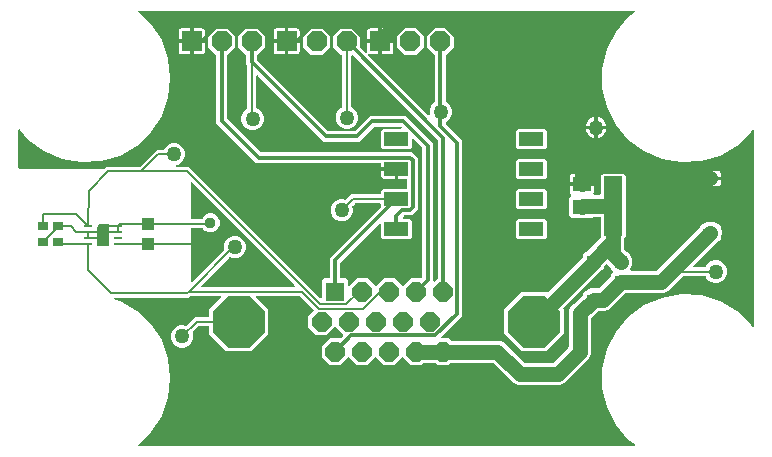
<source format=gbr>
G04 EAGLE Gerber RS-274X export*
G75*
%MOMM*%
%FSLAX34Y34*%
%LPD*%
%INTop Copper*%
%IPPOS*%
%AMOC8*
5,1,8,0,0,1.08239X$1,22.5*%
G01*
%ADD10R,2.032000X1.143000*%
%ADD11R,0.900000X0.700000*%
%ADD12R,1.250000X0.800000*%
%ADD13R,1.500000X5.100000*%
%ADD14R,1.220000X0.910000*%
%ADD15R,1.500000X1.300000*%
%ADD16R,1.000000X1.100000*%
%ADD17R,1.679600X1.679600*%
%ADD18P,1.817982X8X202.500000*%
%ADD19R,0.675000X0.250000*%
%ADD20R,0.200000X1.000000*%
%ADD21C,1.270000*%
%ADD22R,1.609600X1.609600*%
%ADD23P,1.742215X8X202.500000*%
%ADD24P,4.779834X8X202.500000*%
%ADD25C,1.270000*%
%ADD26C,0.152400*%
%ADD27C,0.959600*%
%ADD28C,0.304800*%
%ADD29R,0.959600X0.959600*%

G36*
X531669Y10161D02*
X531669Y10161D01*
X531672Y10161D01*
X531792Y10181D01*
X531908Y10200D01*
X531911Y10202D01*
X531915Y10203D01*
X532021Y10260D01*
X532126Y10316D01*
X532128Y10318D01*
X532131Y10320D01*
X532213Y10407D01*
X532295Y10494D01*
X532296Y10497D01*
X532299Y10500D01*
X532348Y10609D01*
X532399Y10717D01*
X532399Y10720D01*
X532400Y10724D01*
X532413Y10844D01*
X532426Y10961D01*
X532425Y10965D01*
X532425Y10968D01*
X532399Y11085D01*
X532373Y11202D01*
X532372Y11205D01*
X532371Y11208D01*
X532309Y11310D01*
X532247Y11413D01*
X532245Y11415D01*
X532243Y11418D01*
X532120Y11533D01*
X526587Y15652D01*
X515936Y28346D01*
X508499Y43154D01*
X504677Y59278D01*
X504677Y75850D01*
X508499Y91974D01*
X515936Y106782D01*
X526587Y119476D01*
X539879Y129372D01*
X555095Y135935D01*
X571414Y138813D01*
X587957Y137849D01*
X603832Y133097D01*
X618183Y124811D01*
X630236Y113439D01*
X631570Y111412D01*
X631588Y111392D01*
X631600Y111370D01*
X631670Y111303D01*
X631737Y111231D01*
X631759Y111218D01*
X631778Y111200D01*
X631866Y111159D01*
X631952Y111112D01*
X631978Y111108D01*
X632001Y111097D01*
X632098Y111086D01*
X632194Y111069D01*
X632220Y111072D01*
X632245Y111070D01*
X632341Y111090D01*
X632438Y111105D01*
X632460Y111116D01*
X632486Y111122D01*
X632570Y111172D01*
X632657Y111216D01*
X632675Y111235D01*
X632697Y111248D01*
X632761Y111322D01*
X632829Y111392D01*
X632840Y111415D01*
X632857Y111435D01*
X632893Y111526D01*
X632936Y111614D01*
X632939Y111639D01*
X632949Y111663D01*
X632967Y111830D01*
X632967Y277298D01*
X632963Y277324D01*
X632966Y277349D01*
X632943Y277445D01*
X632928Y277541D01*
X632915Y277564D01*
X632910Y277589D01*
X632858Y277672D01*
X632812Y277758D01*
X632794Y277776D01*
X632780Y277798D01*
X632705Y277860D01*
X632634Y277928D01*
X632611Y277939D01*
X632591Y277955D01*
X632500Y277990D01*
X632411Y278031D01*
X632385Y278034D01*
X632361Y278043D01*
X632264Y278048D01*
X632167Y278058D01*
X632141Y278053D01*
X632116Y278054D01*
X632022Y278027D01*
X631926Y278006D01*
X631904Y277993D01*
X631879Y277986D01*
X631799Y277930D01*
X631715Y277880D01*
X631698Y277860D01*
X631677Y277846D01*
X631570Y277716D01*
X630236Y275689D01*
X618183Y264317D01*
X603832Y256031D01*
X587957Y251279D01*
X571414Y250315D01*
X555095Y253193D01*
X539879Y259756D01*
X526587Y269652D01*
X515936Y282346D01*
X508499Y297154D01*
X504677Y313278D01*
X504677Y329850D01*
X508499Y345974D01*
X515936Y360782D01*
X526587Y373476D01*
X532120Y377595D01*
X532123Y377598D01*
X532126Y377600D01*
X532207Y377686D01*
X532291Y377772D01*
X532293Y377775D01*
X532295Y377778D01*
X532346Y377887D01*
X532397Y377994D01*
X532397Y377998D01*
X532399Y378001D01*
X532412Y378119D01*
X532426Y378239D01*
X532425Y378242D01*
X532426Y378245D01*
X532400Y378363D01*
X532376Y378479D01*
X532374Y378482D01*
X532374Y378486D01*
X532311Y378590D01*
X532252Y378692D01*
X532249Y378694D01*
X532247Y378697D01*
X532156Y378775D01*
X532066Y378853D01*
X532063Y378855D01*
X532060Y378857D01*
X531949Y378902D01*
X531839Y378947D01*
X531836Y378947D01*
X531832Y378949D01*
X531666Y378967D01*
X111934Y378967D01*
X111852Y378954D01*
X111770Y378949D01*
X111731Y378934D01*
X111691Y378928D01*
X111618Y378889D01*
X111541Y378858D01*
X111510Y378832D01*
X111474Y378812D01*
X111417Y378753D01*
X111354Y378699D01*
X111332Y378664D01*
X111304Y378634D01*
X111269Y378559D01*
X111227Y378488D01*
X111218Y378448D01*
X111201Y378411D01*
X111191Y378329D01*
X111174Y378248D01*
X111178Y378207D01*
X111173Y378167D01*
X111191Y378086D01*
X111200Y378004D01*
X111217Y377966D01*
X111226Y377926D01*
X111268Y377855D01*
X111303Y377780D01*
X111337Y377739D01*
X111352Y377715D01*
X111374Y377696D01*
X111411Y377652D01*
X122236Y367439D01*
X131342Y353595D01*
X137010Y338023D01*
X138934Y321564D01*
X137010Y305105D01*
X131342Y289533D01*
X122236Y275689D01*
X110183Y264317D01*
X95832Y256031D01*
X79957Y251279D01*
X63414Y250315D01*
X47095Y253193D01*
X31879Y259756D01*
X18587Y269652D01*
X11505Y278092D01*
X11426Y278160D01*
X11350Y278232D01*
X11333Y278240D01*
X11319Y278252D01*
X11222Y278292D01*
X11127Y278336D01*
X11108Y278338D01*
X11091Y278345D01*
X10986Y278351D01*
X10883Y278363D01*
X10864Y278359D01*
X10845Y278360D01*
X10744Y278333D01*
X10642Y278310D01*
X10626Y278301D01*
X10608Y278296D01*
X10521Y278238D01*
X10431Y278184D01*
X10419Y278170D01*
X10403Y278159D01*
X10339Y278077D01*
X10271Y277997D01*
X10264Y277980D01*
X10253Y277965D01*
X10218Y277866D01*
X10179Y277769D01*
X10177Y277746D01*
X10172Y277733D01*
X10172Y277701D01*
X10161Y277602D01*
X10161Y245872D01*
X10164Y245852D01*
X10162Y245833D01*
X10184Y245731D01*
X10200Y245629D01*
X10210Y245612D01*
X10214Y245592D01*
X10267Y245503D01*
X10316Y245412D01*
X10330Y245398D01*
X10340Y245381D01*
X10419Y245314D01*
X10494Y245242D01*
X10512Y245234D01*
X10527Y245221D01*
X10623Y245182D01*
X10717Y245139D01*
X10737Y245137D01*
X10755Y245129D01*
X10922Y245111D01*
X82815Y245111D01*
X82905Y245125D01*
X82996Y245133D01*
X83026Y245145D01*
X83058Y245150D01*
X83139Y245193D01*
X83223Y245229D01*
X83255Y245255D01*
X83275Y245266D01*
X83298Y245289D01*
X83353Y245334D01*
X84655Y246635D01*
X112406Y246635D01*
X112496Y246649D01*
X112587Y246657D01*
X112617Y246669D01*
X112649Y246674D01*
X112730Y246717D01*
X112814Y246753D01*
X112846Y246779D01*
X112866Y246790D01*
X112889Y246813D01*
X112945Y246858D01*
X124744Y258658D01*
X127200Y261113D01*
X132756Y261113D01*
X132870Y261132D01*
X132987Y261149D01*
X132992Y261151D01*
X132998Y261152D01*
X133101Y261207D01*
X133206Y261260D01*
X133210Y261265D01*
X133216Y261268D01*
X133296Y261352D01*
X133378Y261436D01*
X133382Y261442D01*
X133385Y261446D01*
X133393Y261463D01*
X133459Y261583D01*
X133891Y262626D01*
X136535Y265270D01*
X139989Y266701D01*
X143729Y266701D01*
X147183Y265270D01*
X149827Y262626D01*
X151258Y259172D01*
X151258Y255432D01*
X149827Y251978D01*
X147183Y249334D01*
X144202Y248099D01*
X144119Y248048D01*
X144033Y248002D01*
X144015Y247984D01*
X143993Y247970D01*
X143930Y247894D01*
X143864Y247824D01*
X143853Y247800D01*
X143836Y247780D01*
X143801Y247689D01*
X143760Y247601D01*
X143757Y247575D01*
X143748Y247551D01*
X143744Y247453D01*
X143733Y247357D01*
X143738Y247331D01*
X143737Y247305D01*
X143764Y247211D01*
X143785Y247116D01*
X143798Y247094D01*
X143806Y247069D01*
X143861Y246989D01*
X143911Y246905D01*
X143931Y246888D01*
X143946Y246867D01*
X144024Y246808D01*
X144098Y246745D01*
X144122Y246735D01*
X144143Y246720D01*
X144236Y246690D01*
X144326Y246653D01*
X144359Y246650D01*
X144377Y246644D01*
X144410Y246644D01*
X144493Y246635D01*
X154802Y246635D01*
X265868Y135569D01*
X265926Y135527D01*
X265978Y135478D01*
X266025Y135456D01*
X266067Y135426D01*
X266136Y135404D01*
X266201Y135374D01*
X266253Y135368D01*
X266303Y135353D01*
X266374Y135355D01*
X266445Y135347D01*
X266496Y135358D01*
X266548Y135360D01*
X266616Y135384D01*
X266686Y135399D01*
X266730Y135426D01*
X266779Y135444D01*
X266835Y135489D01*
X266897Y135526D01*
X266931Y135565D01*
X266971Y135598D01*
X267010Y135658D01*
X267057Y135712D01*
X267076Y135761D01*
X267104Y135805D01*
X267122Y135874D01*
X267149Y135941D01*
X267157Y136012D01*
X267165Y136043D01*
X267163Y136066D01*
X267167Y136107D01*
X267167Y150281D01*
X268953Y152067D01*
X272930Y152067D01*
X272950Y152070D01*
X272969Y152068D01*
X273071Y152090D01*
X273173Y152106D01*
X273190Y152116D01*
X273210Y152120D01*
X273299Y152173D01*
X273390Y152222D01*
X273404Y152236D01*
X273421Y152246D01*
X273488Y152325D01*
X273560Y152400D01*
X273568Y152418D01*
X273581Y152433D01*
X273620Y152529D01*
X273663Y152623D01*
X273665Y152643D01*
X273673Y152661D01*
X273691Y152828D01*
X273691Y169424D01*
X316758Y212491D01*
X316811Y212565D01*
X316871Y212635D01*
X316883Y212665D01*
X316902Y212691D01*
X316929Y212778D01*
X316963Y212863D01*
X316967Y212904D01*
X316974Y212926D01*
X316973Y212958D01*
X316981Y213029D01*
X316981Y214884D01*
X316978Y214904D01*
X316980Y214923D01*
X316958Y215025D01*
X316942Y215127D01*
X316932Y215144D01*
X316928Y215164D01*
X316875Y215253D01*
X316826Y215344D01*
X316812Y215358D01*
X316802Y215375D01*
X316723Y215442D01*
X316648Y215514D01*
X316630Y215522D01*
X316615Y215535D01*
X316519Y215574D01*
X316425Y215617D01*
X316405Y215619D01*
X316387Y215627D01*
X316220Y215645D01*
X295391Y215645D01*
X295301Y215631D01*
X295210Y215623D01*
X295180Y215611D01*
X295148Y215606D01*
X295067Y215563D01*
X294983Y215527D01*
X294951Y215501D01*
X294931Y215490D01*
X294908Y215467D01*
X294853Y215422D01*
X293104Y213673D01*
X293035Y213578D01*
X292966Y213485D01*
X292964Y213479D01*
X292960Y213474D01*
X292926Y213363D01*
X292889Y213251D01*
X292890Y213245D01*
X292888Y213239D01*
X292891Y213122D01*
X292892Y213005D01*
X292894Y212998D01*
X292894Y212993D01*
X292900Y212975D01*
X292939Y212844D01*
X293371Y211801D01*
X293371Y208061D01*
X291940Y204607D01*
X289296Y201963D01*
X285842Y200532D01*
X282102Y200532D01*
X278648Y201963D01*
X276004Y204607D01*
X274573Y208061D01*
X274573Y211801D01*
X276004Y215255D01*
X278648Y217899D01*
X282102Y219330D01*
X285842Y219330D01*
X286885Y218898D01*
X286999Y218871D01*
X287112Y218842D01*
X287118Y218843D01*
X287124Y218841D01*
X287241Y218852D01*
X287357Y218861D01*
X287363Y218864D01*
X287369Y218865D01*
X287477Y218912D01*
X287583Y218958D01*
X287589Y218962D01*
X287594Y218965D01*
X287608Y218977D01*
X287714Y219063D01*
X291919Y223267D01*
X316220Y223267D01*
X316240Y223270D01*
X316259Y223268D01*
X316361Y223290D01*
X316463Y223306D01*
X316480Y223316D01*
X316500Y223320D01*
X316589Y223373D01*
X316680Y223422D01*
X316694Y223436D01*
X316711Y223446D01*
X316778Y223525D01*
X316850Y223600D01*
X316858Y223618D01*
X316871Y223633D01*
X316910Y223729D01*
X316953Y223823D01*
X316955Y223843D01*
X316963Y223861D01*
X316981Y224028D01*
X316981Y226434D01*
X318767Y228220D01*
X338590Y228220D01*
X338610Y228223D01*
X338629Y228221D01*
X338731Y228243D01*
X338833Y228259D01*
X338850Y228269D01*
X338870Y228273D01*
X338959Y228326D01*
X339050Y228375D01*
X339064Y228389D01*
X339081Y228399D01*
X339148Y228478D01*
X339220Y228553D01*
X339228Y228571D01*
X339241Y228586D01*
X339280Y228682D01*
X339323Y228776D01*
X339325Y228796D01*
X339333Y228814D01*
X339351Y228981D01*
X339351Y235839D01*
X339348Y235859D01*
X339350Y235878D01*
X339328Y235980D01*
X339312Y236082D01*
X339302Y236099D01*
X339298Y236119D01*
X339245Y236208D01*
X339196Y236299D01*
X339182Y236313D01*
X339172Y236330D01*
X339093Y236397D01*
X339018Y236469D01*
X339000Y236477D01*
X338985Y236490D01*
X338889Y236529D01*
X338795Y236572D01*
X338775Y236574D01*
X338757Y236582D01*
X338590Y236600D01*
X331713Y236600D01*
X331713Y244094D01*
X331710Y244114D01*
X331712Y244133D01*
X331690Y244235D01*
X331673Y244337D01*
X331664Y244354D01*
X331660Y244374D01*
X331607Y244463D01*
X331558Y244554D01*
X331544Y244568D01*
X331534Y244585D01*
X331455Y244652D01*
X331380Y244723D01*
X331362Y244732D01*
X331347Y244745D01*
X331251Y244784D01*
X331157Y244827D01*
X331137Y244829D01*
X331119Y244837D01*
X330952Y244855D01*
X330189Y244855D01*
X330189Y245618D01*
X330186Y245638D01*
X330188Y245657D01*
X330166Y245759D01*
X330149Y245861D01*
X330140Y245878D01*
X330136Y245898D01*
X330083Y245987D01*
X330034Y246078D01*
X330020Y246092D01*
X330010Y246109D01*
X329931Y246176D01*
X329856Y246247D01*
X329838Y246256D01*
X329823Y246269D01*
X329727Y246308D01*
X329633Y246351D01*
X329613Y246353D01*
X329595Y246361D01*
X329428Y246379D01*
X317489Y246379D01*
X317489Y248910D01*
X317486Y248930D01*
X317488Y248949D01*
X317466Y249051D01*
X317450Y249153D01*
X317440Y249170D01*
X317436Y249190D01*
X317383Y249279D01*
X317334Y249370D01*
X317320Y249384D01*
X317310Y249401D01*
X317231Y249468D01*
X317156Y249540D01*
X317138Y249548D01*
X317123Y249561D01*
X317027Y249600D01*
X316933Y249643D01*
X316913Y249645D01*
X316895Y249653D01*
X316728Y249671D01*
X211730Y249671D01*
X177799Y283602D01*
X177799Y341002D01*
X177785Y341092D01*
X177777Y341183D01*
X177765Y341213D01*
X177760Y341245D01*
X177717Y341326D01*
X177681Y341410D01*
X177655Y341442D01*
X177644Y341462D01*
X177621Y341485D01*
X177576Y341541D01*
X170925Y348192D01*
X170925Y357674D01*
X177631Y364380D01*
X187113Y364380D01*
X193819Y357674D01*
X193819Y348192D01*
X187168Y341541D01*
X187115Y341467D01*
X187055Y341397D01*
X187043Y341367D01*
X187024Y341341D01*
X186997Y341254D01*
X186963Y341169D01*
X186959Y341128D01*
X186952Y341106D01*
X186953Y341074D01*
X186945Y341002D01*
X186945Y287705D01*
X186959Y287615D01*
X186967Y287524D01*
X186979Y287495D01*
X186984Y287463D01*
X187027Y287382D01*
X187063Y287298D01*
X187089Y287266D01*
X187100Y287245D01*
X187123Y287223D01*
X187168Y287167D01*
X215295Y259040D01*
X215369Y258987D01*
X215439Y258927D01*
X215469Y258915D01*
X215495Y258896D01*
X215582Y258869D01*
X215667Y258835D01*
X215708Y258831D01*
X215730Y258824D01*
X215762Y258825D01*
X215833Y258817D01*
X343625Y258817D01*
X346527Y255915D01*
X348497Y253945D01*
X348497Y210367D01*
X343724Y205594D01*
X337451Y205594D01*
X337361Y205580D01*
X337270Y205572D01*
X337241Y205560D01*
X337209Y205555D01*
X337128Y205512D01*
X337044Y205476D01*
X337012Y205450D01*
X336991Y205439D01*
X336969Y205416D01*
X336913Y205371D01*
X335661Y204119D01*
X335619Y204061D01*
X335570Y204009D01*
X335548Y203962D01*
X335518Y203920D01*
X335496Y203851D01*
X335466Y203786D01*
X335460Y203734D01*
X335445Y203684D01*
X335447Y203613D01*
X335439Y203542D01*
X335450Y203491D01*
X335452Y203439D01*
X335476Y203371D01*
X335491Y203301D01*
X335518Y203257D01*
X335536Y203208D01*
X335581Y203152D01*
X335618Y203090D01*
X335657Y203056D01*
X335690Y203016D01*
X335750Y202977D01*
X335804Y202930D01*
X335853Y202911D01*
X335897Y202883D01*
X335966Y202865D01*
X336033Y202838D01*
X336104Y202830D01*
X336135Y202822D01*
X336158Y202824D01*
X336199Y202820D01*
X341613Y202820D01*
X343399Y201034D01*
X343399Y187078D01*
X341613Y185292D01*
X318767Y185292D01*
X316981Y187078D01*
X316981Y197943D01*
X316970Y198013D01*
X316968Y198085D01*
X316950Y198134D01*
X316942Y198185D01*
X316908Y198249D01*
X316883Y198316D01*
X316851Y198357D01*
X316826Y198403D01*
X316774Y198452D01*
X316730Y198508D01*
X316686Y198536D01*
X316648Y198572D01*
X316583Y198602D01*
X316523Y198641D01*
X316472Y198654D01*
X316425Y198676D01*
X316354Y198684D01*
X316284Y198701D01*
X316232Y198697D01*
X316181Y198703D01*
X316110Y198688D01*
X316039Y198682D01*
X315991Y198662D01*
X315940Y198651D01*
X315879Y198614D01*
X315813Y198586D01*
X315757Y198541D01*
X315729Y198524D01*
X315714Y198507D01*
X315682Y198481D01*
X283060Y165859D01*
X283007Y165785D01*
X282947Y165715D01*
X282935Y165685D01*
X282916Y165659D01*
X282889Y165572D01*
X282855Y165487D01*
X282851Y165446D01*
X282844Y165424D01*
X282845Y165392D01*
X282837Y165321D01*
X282837Y152828D01*
X282840Y152808D01*
X282838Y152789D01*
X282860Y152687D01*
X282876Y152585D01*
X282886Y152568D01*
X282890Y152548D01*
X282943Y152459D01*
X282992Y152368D01*
X283006Y152354D01*
X283016Y152337D01*
X283095Y152270D01*
X283170Y152198D01*
X283188Y152190D01*
X283203Y152177D01*
X283299Y152138D01*
X283393Y152095D01*
X283413Y152093D01*
X283431Y152085D01*
X283598Y152067D01*
X287575Y152067D01*
X289361Y150281D01*
X289361Y146698D01*
X289372Y146627D01*
X289374Y146555D01*
X289392Y146506D01*
X289400Y146455D01*
X289434Y146392D01*
X289459Y146324D01*
X289491Y146284D01*
X289516Y146238D01*
X289568Y146188D01*
X289612Y146132D01*
X289656Y146104D01*
X289694Y146068D01*
X289759Y146038D01*
X289819Y145999D01*
X289870Y145986D01*
X289917Y145965D01*
X289988Y145957D01*
X290058Y145939D01*
X290110Y145943D01*
X290161Y145937D01*
X290232Y145953D01*
X290303Y145958D01*
X290351Y145979D01*
X290402Y145990D01*
X290463Y146027D01*
X290529Y146055D01*
X290585Y146099D01*
X290613Y146116D01*
X290628Y146134D01*
X290660Y146159D01*
X296568Y152067D01*
X305760Y152067D01*
X312076Y145751D01*
X312092Y145740D01*
X312104Y145724D01*
X312192Y145668D01*
X312275Y145608D01*
X312294Y145602D01*
X312311Y145591D01*
X312412Y145566D01*
X312511Y145536D01*
X312530Y145536D01*
X312550Y145531D01*
X312653Y145539D01*
X312756Y145542D01*
X312775Y145549D01*
X312795Y145550D01*
X312890Y145591D01*
X312987Y145626D01*
X313003Y145639D01*
X313021Y145647D01*
X313152Y145751D01*
X319468Y152067D01*
X328660Y152067D01*
X334976Y145751D01*
X334992Y145740D01*
X335004Y145724D01*
X335092Y145668D01*
X335175Y145608D01*
X335194Y145602D01*
X335211Y145591D01*
X335312Y145566D01*
X335411Y145536D01*
X335430Y145536D01*
X335450Y145531D01*
X335553Y145539D01*
X335656Y145542D01*
X335675Y145549D01*
X335695Y145550D01*
X335790Y145591D01*
X335887Y145626D01*
X335903Y145639D01*
X335921Y145647D01*
X336052Y145751D01*
X342368Y152067D01*
X351279Y152067D01*
X351369Y152081D01*
X351460Y152089D01*
X351489Y152101D01*
X351521Y152106D01*
X351602Y152149D01*
X351686Y152185D01*
X351718Y152211D01*
X351739Y152222D01*
X351761Y152245D01*
X351817Y152290D01*
X352074Y152547D01*
X352127Y152621D01*
X352187Y152691D01*
X352199Y152721D01*
X352218Y152747D01*
X352245Y152834D01*
X352279Y152919D01*
X352283Y152960D01*
X352290Y152982D01*
X352289Y153014D01*
X352297Y153085D01*
X352297Y262296D01*
X352283Y262386D01*
X352275Y262477D01*
X352263Y262507D01*
X352258Y262539D01*
X352215Y262619D01*
X352179Y262703D01*
X352153Y262735D01*
X352142Y262756D01*
X352119Y262778D01*
X352074Y262834D01*
X344698Y270210D01*
X344640Y270252D01*
X344588Y270302D01*
X344541Y270323D01*
X344499Y270354D01*
X344430Y270375D01*
X344365Y270405D01*
X344313Y270411D01*
X344263Y270426D01*
X344192Y270424D01*
X344121Y270432D01*
X344070Y270421D01*
X344018Y270420D01*
X343950Y270395D01*
X343880Y270380D01*
X343835Y270353D01*
X343787Y270335D01*
X343731Y270291D01*
X343669Y270254D01*
X343635Y270214D01*
X343595Y270182D01*
X343556Y270121D01*
X343509Y270067D01*
X343490Y270019D01*
X343462Y269975D01*
X343444Y269905D01*
X343417Y269839D01*
X343409Y269767D01*
X343401Y269736D01*
X343403Y269713D01*
X343399Y269672D01*
X343399Y263278D01*
X341613Y261492D01*
X318767Y261492D01*
X316981Y263278D01*
X316981Y277234D01*
X318767Y279020D01*
X334051Y279020D01*
X334122Y279031D01*
X334194Y279033D01*
X334242Y279051D01*
X334294Y279059D01*
X334357Y279093D01*
X334425Y279118D01*
X334465Y279150D01*
X334511Y279175D01*
X334560Y279226D01*
X334617Y279271D01*
X334645Y279315D01*
X334681Y279353D01*
X334711Y279418D01*
X334750Y279478D01*
X334762Y279529D01*
X334784Y279576D01*
X334792Y279647D01*
X334810Y279717D01*
X334806Y279769D01*
X334811Y279820D01*
X334796Y279891D01*
X334790Y279962D01*
X334770Y280010D01*
X334759Y280061D01*
X334722Y280122D01*
X334694Y280188D01*
X334649Y280244D01*
X334633Y280272D01*
X334615Y280287D01*
X334589Y280319D01*
X334462Y280446D01*
X334388Y280500D01*
X334319Y280559D01*
X334289Y280571D01*
X334262Y280590D01*
X334175Y280617D01*
X334091Y280651D01*
X334050Y280655D01*
X334027Y280662D01*
X333995Y280661D01*
X333924Y280669D01*
X312089Y280669D01*
X311999Y280655D01*
X311908Y280647D01*
X311879Y280635D01*
X311847Y280630D01*
X311766Y280587D01*
X311682Y280551D01*
X311650Y280525D01*
X311629Y280514D01*
X311607Y280491D01*
X311551Y280446D01*
X298947Y267842D01*
X268870Y267842D01*
X212882Y323830D01*
X212824Y323872D01*
X212772Y323921D01*
X212725Y323943D01*
X212683Y323973D01*
X212614Y323995D01*
X212549Y324025D01*
X212497Y324031D01*
X212447Y324046D01*
X212376Y324044D01*
X212305Y324052D01*
X212254Y324041D01*
X212202Y324039D01*
X212134Y324015D01*
X212064Y324000D01*
X212019Y323973D01*
X211971Y323955D01*
X211915Y323910D01*
X211853Y323873D01*
X211819Y323834D01*
X211779Y323801D01*
X211740Y323741D01*
X211693Y323687D01*
X211674Y323638D01*
X211646Y323594D01*
X211628Y323525D01*
X211601Y323458D01*
X211593Y323387D01*
X211585Y323356D01*
X211587Y323333D01*
X211583Y323292D01*
X211583Y296640D01*
X211602Y296526D01*
X211619Y296409D01*
X211621Y296404D01*
X211622Y296398D01*
X211677Y296295D01*
X211730Y296190D01*
X211735Y296186D01*
X211738Y296180D01*
X211822Y296100D01*
X211906Y296018D01*
X211912Y296014D01*
X211916Y296011D01*
X211933Y296003D01*
X212053Y295937D01*
X213731Y295242D01*
X216375Y292598D01*
X217806Y289144D01*
X217806Y285404D01*
X216375Y281950D01*
X213731Y279306D01*
X210277Y277875D01*
X206537Y277875D01*
X203083Y279306D01*
X200439Y281950D01*
X199008Y285404D01*
X199008Y289144D01*
X200439Y292598D01*
X203083Y295242D01*
X203491Y295411D01*
X203591Y295473D01*
X203691Y295533D01*
X203695Y295537D01*
X203700Y295541D01*
X203775Y295631D01*
X203851Y295719D01*
X203853Y295725D01*
X203857Y295730D01*
X203899Y295838D01*
X203943Y295948D01*
X203944Y295955D01*
X203945Y295960D01*
X203946Y295978D01*
X203961Y296114D01*
X203961Y332436D01*
X203947Y332526D01*
X203939Y332617D01*
X203927Y332646D01*
X203922Y332678D01*
X203879Y332759D01*
X203843Y332843D01*
X203817Y332875D01*
X203806Y332896D01*
X203783Y332918D01*
X203738Y332974D01*
X203199Y333513D01*
X203199Y341002D01*
X203185Y341092D01*
X203177Y341183D01*
X203165Y341213D01*
X203160Y341245D01*
X203117Y341326D01*
X203081Y341410D01*
X203055Y341442D01*
X203044Y341462D01*
X203021Y341485D01*
X202976Y341541D01*
X196325Y348192D01*
X196325Y357674D01*
X203031Y364380D01*
X212513Y364380D01*
X219219Y357674D01*
X219219Y348192D01*
X212568Y341541D01*
X212515Y341467D01*
X212455Y341397D01*
X212443Y341367D01*
X212424Y341341D01*
X212397Y341254D01*
X212363Y341169D01*
X212359Y341128D01*
X212352Y341106D01*
X212353Y341074D01*
X212345Y341002D01*
X212345Y337616D01*
X212359Y337526D01*
X212367Y337435D01*
X212379Y337406D01*
X212384Y337374D01*
X212427Y337293D01*
X212463Y337209D01*
X212489Y337177D01*
X212500Y337156D01*
X212523Y337134D01*
X212568Y337078D01*
X272435Y277211D01*
X272509Y277158D01*
X272579Y277098D01*
X272609Y277086D01*
X272635Y277067D01*
X272722Y277040D01*
X272807Y277006D01*
X272848Y277002D01*
X272870Y276995D01*
X272902Y276996D01*
X272973Y276988D01*
X294844Y276988D01*
X294934Y277002D01*
X295025Y277010D01*
X295054Y277022D01*
X295086Y277027D01*
X295167Y277070D01*
X295251Y277106D01*
X295283Y277132D01*
X295304Y277143D01*
X295326Y277166D01*
X295382Y277211D01*
X307986Y289815D01*
X338027Y289815D01*
X361443Y266399D01*
X361443Y150080D01*
X361454Y150009D01*
X361456Y149937D01*
X361474Y149888D01*
X361482Y149837D01*
X361516Y149774D01*
X361541Y149706D01*
X361573Y149666D01*
X361598Y149620D01*
X361650Y149570D01*
X361694Y149514D01*
X361738Y149486D01*
X361776Y149450D01*
X361841Y149420D01*
X361901Y149381D01*
X361952Y149368D01*
X361999Y149347D01*
X362070Y149339D01*
X362140Y149321D01*
X362192Y149325D01*
X362243Y149319D01*
X362314Y149335D01*
X362385Y149340D01*
X362433Y149361D01*
X362484Y149372D01*
X362545Y149409D01*
X362611Y149437D01*
X362667Y149481D01*
X362695Y149498D01*
X362710Y149516D01*
X362742Y149541D01*
X365068Y151867D01*
X365121Y151941D01*
X365181Y152011D01*
X365193Y152041D01*
X365212Y152067D01*
X365239Y152154D01*
X365273Y152239D01*
X365277Y152280D01*
X365284Y152302D01*
X365283Y152334D01*
X365291Y152406D01*
X365291Y268896D01*
X365277Y268986D01*
X365269Y269077D01*
X365257Y269106D01*
X365252Y269138D01*
X365209Y269219D01*
X365173Y269303D01*
X365147Y269335D01*
X365136Y269356D01*
X365113Y269378D01*
X365068Y269434D01*
X293400Y341102D01*
X293342Y341144D01*
X293290Y341193D01*
X293243Y341215D01*
X293201Y341245D01*
X293132Y341267D01*
X293067Y341297D01*
X293015Y341303D01*
X292965Y341318D01*
X292894Y341316D01*
X292823Y341324D01*
X292772Y341313D01*
X292720Y341311D01*
X292652Y341287D01*
X292582Y341272D01*
X292537Y341245D01*
X292489Y341227D01*
X292433Y341182D01*
X292371Y341145D01*
X292337Y341106D01*
X292297Y341073D01*
X292258Y341013D01*
X292211Y340959D01*
X292192Y340910D01*
X292164Y340866D01*
X292146Y340797D01*
X292119Y340730D01*
X292111Y340659D01*
X292103Y340628D01*
X292105Y340605D01*
X292101Y340564D01*
X292101Y297266D01*
X292120Y297152D01*
X292137Y297035D01*
X292139Y297030D01*
X292140Y297024D01*
X292195Y296921D01*
X292248Y296816D01*
X292253Y296812D01*
X292256Y296806D01*
X292340Y296726D01*
X292424Y296644D01*
X292430Y296640D01*
X292434Y296637D01*
X292451Y296629D01*
X292571Y296563D01*
X293614Y296131D01*
X296258Y293487D01*
X297689Y290033D01*
X297689Y286293D01*
X296258Y282839D01*
X293614Y280195D01*
X290160Y278764D01*
X286420Y278764D01*
X282966Y280195D01*
X280322Y282839D01*
X278891Y286293D01*
X278891Y290033D01*
X280322Y293487D01*
X282966Y296131D01*
X284009Y296563D01*
X284109Y296625D01*
X284209Y296685D01*
X284213Y296689D01*
X284218Y296693D01*
X284293Y296783D01*
X284369Y296871D01*
X284371Y296877D01*
X284375Y296882D01*
X284417Y296990D01*
X284461Y297100D01*
X284462Y297107D01*
X284463Y297112D01*
X284464Y297130D01*
X284479Y297266D01*
X284479Y340725D01*
X284476Y340745D01*
X284478Y340764D01*
X284456Y340866D01*
X284440Y340968D01*
X284430Y340985D01*
X284426Y341005D01*
X284373Y341094D01*
X284324Y341185D01*
X284310Y341199D01*
X284300Y341216D01*
X284221Y341283D01*
X284146Y341355D01*
X284128Y341363D01*
X284113Y341376D01*
X284017Y341415D01*
X283923Y341458D01*
X283903Y341460D01*
X283885Y341468D01*
X283718Y341486D01*
X283295Y341486D01*
X276589Y348192D01*
X276589Y357674D01*
X283295Y364380D01*
X292777Y364380D01*
X299483Y357674D01*
X299483Y348268D01*
X299497Y348178D01*
X299505Y348087D01*
X299517Y348058D01*
X299522Y348026D01*
X299565Y347945D01*
X299601Y347861D01*
X299627Y347829D01*
X299638Y347808D01*
X299661Y347786D01*
X299706Y347730D01*
X304382Y343054D01*
X304421Y343026D01*
X304454Y342991D01*
X304520Y342955D01*
X304582Y342910D01*
X304627Y342896D01*
X304670Y342873D01*
X304744Y342860D01*
X304817Y342838D01*
X304865Y342839D01*
X304912Y342831D01*
X304987Y342842D01*
X305063Y342844D01*
X305108Y342861D01*
X305155Y342868D01*
X305222Y342903D01*
X305294Y342929D01*
X305331Y342959D01*
X305374Y342981D01*
X305426Y343035D01*
X305486Y343083D01*
X305512Y343123D01*
X305545Y343157D01*
X305578Y343226D01*
X305619Y343289D01*
X305630Y343336D01*
X305651Y343379D01*
X305660Y343455D01*
X305679Y343528D01*
X305675Y343576D01*
X305681Y343623D01*
X305661Y343751D01*
X305660Y343773D01*
X305657Y343779D01*
X305655Y343789D01*
X305545Y344201D01*
X305545Y351410D01*
X314961Y351410D01*
X314961Y341994D01*
X307752Y341994D01*
X307340Y342104D01*
X307293Y342109D01*
X307247Y342123D01*
X307171Y342121D01*
X307096Y342129D01*
X307049Y342118D01*
X307001Y342117D01*
X306930Y342091D01*
X306856Y342074D01*
X306815Y342049D01*
X306770Y342033D01*
X306711Y341985D01*
X306646Y341946D01*
X306615Y341909D01*
X306578Y341879D01*
X306537Y341815D01*
X306488Y341757D01*
X306471Y341712D01*
X306445Y341672D01*
X306426Y341598D01*
X306399Y341528D01*
X306396Y341480D01*
X306385Y341433D01*
X306391Y341358D01*
X306387Y341282D01*
X306400Y341236D01*
X306404Y341188D01*
X306433Y341118D01*
X306454Y341046D01*
X306481Y341006D01*
X306500Y340962D01*
X306581Y340861D01*
X306593Y340843D01*
X306599Y340839D01*
X306605Y340831D01*
X357029Y290407D01*
X357108Y290350D01*
X357183Y290288D01*
X357207Y290279D01*
X357229Y290264D01*
X357321Y290235D01*
X357413Y290200D01*
X357439Y290199D01*
X357464Y290191D01*
X357561Y290194D01*
X357658Y290190D01*
X357683Y290197D01*
X357709Y290198D01*
X357801Y290231D01*
X357894Y290258D01*
X357916Y290273D01*
X357940Y290282D01*
X358017Y290343D01*
X358097Y290398D01*
X358112Y290419D01*
X358133Y290436D01*
X358185Y290518D01*
X358243Y290596D01*
X358251Y290621D01*
X358266Y290643D01*
X358289Y290737D01*
X358319Y290830D01*
X358319Y290856D01*
X358326Y290881D01*
X358318Y290978D01*
X358317Y291076D01*
X358308Y291107D01*
X358306Y291126D01*
X358294Y291157D01*
X358270Y291237D01*
X358266Y291247D01*
X358266Y294986D01*
X359697Y298440D01*
X362392Y301135D01*
X362441Y301164D01*
X362445Y301169D01*
X362450Y301172D01*
X362525Y301262D01*
X362601Y301351D01*
X362603Y301357D01*
X362607Y301361D01*
X362649Y301470D01*
X362693Y301579D01*
X362694Y301586D01*
X362695Y301591D01*
X362696Y301609D01*
X362711Y301746D01*
X362711Y341002D01*
X362697Y341092D01*
X362689Y341183D01*
X362677Y341213D01*
X362672Y341245D01*
X362629Y341326D01*
X362593Y341410D01*
X362567Y341442D01*
X362556Y341462D01*
X362533Y341485D01*
X362488Y341541D01*
X355837Y348192D01*
X355837Y357674D01*
X362543Y364380D01*
X372025Y364380D01*
X378731Y357674D01*
X378731Y348192D01*
X372080Y341541D01*
X372027Y341467D01*
X371967Y341397D01*
X371955Y341367D01*
X371936Y341341D01*
X371909Y341254D01*
X371875Y341169D01*
X371871Y341128D01*
X371864Y341106D01*
X371865Y341074D01*
X371857Y341002D01*
X371857Y302061D01*
X371875Y301947D01*
X371893Y301831D01*
X371895Y301825D01*
X371896Y301819D01*
X371951Y301716D01*
X372004Y301611D01*
X372009Y301607D01*
X372012Y301601D01*
X372097Y301521D01*
X372180Y301439D01*
X372186Y301435D01*
X372190Y301432D01*
X372207Y301424D01*
X372327Y301358D01*
X372989Y301084D01*
X375633Y298440D01*
X377064Y294986D01*
X377064Y291246D01*
X375633Y287792D01*
X372989Y285148D01*
X372327Y284874D01*
X372227Y284812D01*
X372127Y284752D01*
X372123Y284748D01*
X372118Y284744D01*
X372043Y284654D01*
X371967Y284565D01*
X371965Y284560D01*
X371961Y284555D01*
X371919Y284446D01*
X371875Y284337D01*
X371874Y284330D01*
X371873Y284325D01*
X371872Y284307D01*
X371857Y284171D01*
X371857Y283104D01*
X371871Y283014D01*
X371879Y282923D01*
X371891Y282893D01*
X371896Y282861D01*
X371939Y282781D01*
X371975Y282697D01*
X372001Y282665D01*
X372012Y282644D01*
X372035Y282622D01*
X372080Y282566D01*
X383157Y271488D01*
X386059Y268587D01*
X386059Y120262D01*
X383157Y117360D01*
X368363Y102566D01*
X368321Y102508D01*
X368272Y102456D01*
X368250Y102409D01*
X368220Y102367D01*
X368198Y102298D01*
X368168Y102233D01*
X368162Y102181D01*
X368147Y102131D01*
X368149Y102060D01*
X368141Y101989D01*
X368152Y101938D01*
X368154Y101886D01*
X368178Y101818D01*
X368193Y101748D01*
X368220Y101703D01*
X368238Y101655D01*
X368283Y101599D01*
X368320Y101537D01*
X368359Y101503D01*
X368392Y101463D01*
X368452Y101424D01*
X368506Y101377D01*
X368555Y101358D01*
X368599Y101330D01*
X368668Y101312D01*
X368735Y101285D01*
X368806Y101277D01*
X368837Y101269D01*
X368860Y101271D01*
X368901Y101267D01*
X374460Y101267D01*
X375935Y99792D01*
X376009Y99739D01*
X376079Y99679D01*
X376109Y99667D01*
X376135Y99648D01*
X376222Y99621D01*
X376307Y99587D01*
X376348Y99583D01*
X376370Y99576D01*
X376402Y99577D01*
X376474Y99569D01*
X417668Y99569D01*
X421122Y98138D01*
X438391Y80869D01*
X438465Y80816D01*
X438535Y80756D01*
X438565Y80744D01*
X438591Y80725D01*
X438678Y80698D01*
X438763Y80664D01*
X438804Y80660D01*
X438826Y80653D01*
X438858Y80654D01*
X438929Y80646D01*
X462517Y80646D01*
X462607Y80660D01*
X462698Y80668D01*
X462727Y80680D01*
X462759Y80685D01*
X462840Y80728D01*
X462924Y80764D01*
X462956Y80790D01*
X462977Y80801D01*
X462999Y80824D01*
X463055Y80869D01*
X475772Y93586D01*
X475825Y93660D01*
X475885Y93730D01*
X475897Y93760D01*
X475916Y93786D01*
X475943Y93873D01*
X475977Y93958D01*
X475981Y93999D01*
X475988Y94021D01*
X475987Y94053D01*
X475995Y94124D01*
X475995Y124331D01*
X477426Y127785D01*
X480177Y130536D01*
X487833Y138192D01*
X487886Y138266D01*
X487946Y138336D01*
X487958Y138366D01*
X487977Y138392D01*
X488004Y138479D01*
X488038Y138564D01*
X488042Y138605D01*
X488049Y138627D01*
X488048Y138659D01*
X488056Y138730D01*
X488056Y140085D01*
X489842Y141871D01*
X491197Y141871D01*
X491287Y141885D01*
X491378Y141893D01*
X491407Y141905D01*
X491439Y141910D01*
X491520Y141953D01*
X491604Y141989D01*
X491636Y142015D01*
X491657Y142026D01*
X491679Y142049D01*
X491735Y142094D01*
X491881Y142240D01*
X495335Y143671D01*
X501149Y143671D01*
X501239Y143685D01*
X501330Y143693D01*
X501359Y143705D01*
X501391Y143710D01*
X501472Y143753D01*
X501556Y143789D01*
X501588Y143815D01*
X501609Y143826D01*
X501631Y143849D01*
X501687Y143894D01*
X512047Y154254D01*
X512100Y154328D01*
X512118Y154348D01*
X512139Y154370D01*
X512141Y154375D01*
X512160Y154398D01*
X512172Y154428D01*
X512191Y154454D01*
X512217Y154540D01*
X512242Y154593D01*
X512243Y154605D01*
X512252Y154626D01*
X512256Y154667D01*
X512263Y154689D01*
X512262Y154721D01*
X512270Y154792D01*
X512270Y155997D01*
X513469Y157196D01*
X513481Y157212D01*
X513496Y157224D01*
X513552Y157312D01*
X513613Y157395D01*
X513619Y157414D01*
X513629Y157431D01*
X513655Y157532D01*
X513685Y157631D01*
X513685Y157650D01*
X513689Y157670D01*
X513681Y157773D01*
X513679Y157876D01*
X513672Y157895D01*
X513670Y157915D01*
X513630Y158010D01*
X513594Y158107D01*
X513582Y158123D01*
X513574Y158141D01*
X513469Y158272D01*
X512270Y159471D01*
X512270Y160676D01*
X512256Y160766D01*
X512248Y160857D01*
X512236Y160886D01*
X512231Y160918D01*
X512188Y160999D01*
X512152Y161083D01*
X512126Y161115D01*
X512115Y161136D01*
X512092Y161158D01*
X512047Y161214D01*
X508931Y164330D01*
X508915Y164341D01*
X508903Y164357D01*
X508815Y164413D01*
X508732Y164473D01*
X508713Y164479D01*
X508696Y164490D01*
X508595Y164515D01*
X508496Y164546D01*
X508477Y164545D01*
X508457Y164550D01*
X508354Y164542D01*
X508251Y164539D01*
X508232Y164533D01*
X508212Y164531D01*
X508117Y164491D01*
X508020Y164455D01*
X508004Y164442D01*
X507986Y164435D01*
X507855Y164330D01*
X506577Y163052D01*
X506524Y162978D01*
X506464Y162908D01*
X506452Y162878D01*
X506433Y162852D01*
X506406Y162765D01*
X506372Y162680D01*
X506368Y162639D01*
X506361Y162617D01*
X506362Y162585D01*
X506354Y162514D01*
X506354Y161159D01*
X504568Y159373D01*
X503974Y159373D01*
X503884Y159359D01*
X503793Y159351D01*
X503764Y159339D01*
X503732Y159334D01*
X503651Y159291D01*
X503567Y159255D01*
X503535Y159229D01*
X503514Y159218D01*
X503508Y159211D01*
X503507Y159211D01*
X503491Y159194D01*
X503436Y159150D01*
X471517Y127231D01*
X471505Y127215D01*
X471490Y127202D01*
X471434Y127115D01*
X471373Y127031D01*
X471368Y127012D01*
X471357Y126995D01*
X471331Y126895D01*
X471301Y126796D01*
X471302Y126776D01*
X471297Y126757D01*
X471305Y126654D01*
X471307Y126550D01*
X471314Y126532D01*
X471316Y126512D01*
X471356Y126417D01*
X471392Y126319D01*
X471404Y126304D01*
X471412Y126285D01*
X471517Y126154D01*
X471693Y125979D01*
X471693Y105161D01*
X456973Y90441D01*
X436155Y90441D01*
X421435Y105161D01*
X421435Y125979D01*
X436155Y140699D01*
X456973Y140699D01*
X457148Y140523D01*
X457165Y140511D01*
X457177Y140496D01*
X457264Y140440D01*
X457348Y140379D01*
X457367Y140374D01*
X457384Y140363D01*
X457484Y140337D01*
X457583Y140307D01*
X457603Y140308D01*
X457623Y140303D01*
X457726Y140311D01*
X457829Y140313D01*
X457848Y140320D01*
X457868Y140322D01*
X457963Y140362D01*
X458060Y140398D01*
X458076Y140410D01*
X458094Y140418D01*
X458225Y140523D01*
X487833Y170131D01*
X487886Y170205D01*
X487946Y170275D01*
X487958Y170305D01*
X487977Y170331D01*
X488004Y170418D01*
X488038Y170503D01*
X488042Y170544D01*
X488049Y170566D01*
X488048Y170598D01*
X488056Y170669D01*
X488056Y172785D01*
X489842Y174571D01*
X491197Y174571D01*
X491287Y174585D01*
X491378Y174593D01*
X491407Y174605D01*
X491439Y174610D01*
X491520Y174653D01*
X491604Y174689D01*
X491636Y174715D01*
X491657Y174726D01*
X491675Y174744D01*
X491677Y174746D01*
X491683Y174752D01*
X491735Y174794D01*
X491988Y175047D01*
X502967Y186026D01*
X502979Y186042D01*
X502994Y186054D01*
X503050Y186142D01*
X503111Y186226D01*
X503116Y186245D01*
X503127Y186261D01*
X503153Y186362D01*
X503183Y186461D01*
X503182Y186481D01*
X503187Y186500D01*
X503179Y186603D01*
X503177Y186707D01*
X503170Y186725D01*
X503168Y186745D01*
X503128Y186840D01*
X503092Y186938D01*
X503091Y186939D01*
X503091Y203581D01*
X503088Y203601D01*
X503090Y203620D01*
X503068Y203722D01*
X503052Y203824D01*
X503042Y203841D01*
X503038Y203861D01*
X502985Y203950D01*
X502936Y204041D01*
X502922Y204055D01*
X502912Y204072D01*
X502833Y204139D01*
X502758Y204211D01*
X502740Y204219D01*
X502725Y204232D01*
X502629Y204271D01*
X502535Y204314D01*
X502515Y204316D01*
X502497Y204324D01*
X502330Y204342D01*
X497391Y204342D01*
X497301Y204328D01*
X497210Y204320D01*
X497180Y204308D01*
X497148Y204303D01*
X497068Y204260D01*
X496984Y204224D01*
X496952Y204198D01*
X496931Y204187D01*
X496909Y204164D01*
X496853Y204119D01*
X496062Y203328D01*
X478536Y203328D01*
X476750Y205114D01*
X476750Y220640D01*
X478308Y222198D01*
X478320Y222214D01*
X478336Y222227D01*
X478392Y222314D01*
X478452Y222398D01*
X478458Y222417D01*
X478469Y222433D01*
X478494Y222534D01*
X478524Y222633D01*
X478524Y222653D01*
X478529Y222672D01*
X478521Y222775D01*
X478518Y222879D01*
X478511Y222897D01*
X478509Y222917D01*
X478469Y223012D01*
X478433Y223110D01*
X478421Y223125D01*
X478413Y223144D01*
X478308Y223274D01*
X477766Y223817D01*
X477431Y224396D01*
X477258Y225043D01*
X477258Y230354D01*
X486537Y230354D01*
X486557Y230357D01*
X486576Y230355D01*
X486678Y230377D01*
X486780Y230394D01*
X486797Y230403D01*
X486817Y230407D01*
X486906Y230460D01*
X486997Y230509D01*
X487011Y230523D01*
X487028Y230533D01*
X487095Y230612D01*
X487166Y230687D01*
X487175Y230705D01*
X487188Y230720D01*
X487227Y230816D01*
X487270Y230910D01*
X487272Y230930D01*
X487280Y230948D01*
X487298Y231115D01*
X487298Y231878D01*
X487300Y231878D01*
X487300Y231115D01*
X487303Y231095D01*
X487301Y231076D01*
X487323Y230974D01*
X487340Y230872D01*
X487349Y230855D01*
X487353Y230835D01*
X487406Y230746D01*
X487455Y230655D01*
X487469Y230641D01*
X487479Y230624D01*
X487558Y230557D01*
X487633Y230486D01*
X487651Y230477D01*
X487666Y230464D01*
X487762Y230425D01*
X487856Y230382D01*
X487876Y230380D01*
X487894Y230372D01*
X488061Y230354D01*
X497340Y230354D01*
X497340Y225043D01*
X497167Y224396D01*
X497100Y224282D01*
X497067Y224192D01*
X497026Y224106D01*
X497023Y224078D01*
X497013Y224052D01*
X497010Y223956D01*
X496999Y223862D01*
X497005Y223834D01*
X497004Y223806D01*
X497031Y223714D01*
X497052Y223621D01*
X497066Y223597D01*
X497074Y223570D01*
X497129Y223492D01*
X497178Y223410D01*
X497199Y223392D01*
X497215Y223369D01*
X497292Y223312D01*
X497365Y223250D01*
X497391Y223240D01*
X497414Y223223D01*
X497504Y223194D01*
X497593Y223158D01*
X497628Y223154D01*
X497648Y223148D01*
X497681Y223148D01*
X497760Y223140D01*
X502330Y223140D01*
X502350Y223143D01*
X502369Y223141D01*
X502471Y223163D01*
X502573Y223179D01*
X502590Y223189D01*
X502610Y223193D01*
X502699Y223246D01*
X502790Y223295D01*
X502804Y223309D01*
X502821Y223319D01*
X502888Y223398D01*
X502960Y223473D01*
X502968Y223491D01*
X502981Y223506D01*
X503020Y223602D01*
X503063Y223696D01*
X503065Y223716D01*
X503073Y223734D01*
X503091Y223901D01*
X503091Y240504D01*
X504877Y242290D01*
X522403Y242290D01*
X524189Y240504D01*
X524189Y186978D01*
X523262Y186051D01*
X523209Y185977D01*
X523149Y185908D01*
X523137Y185878D01*
X523118Y185851D01*
X523091Y185764D01*
X523057Y185680D01*
X523053Y185639D01*
X523046Y185616D01*
X523047Y185584D01*
X523039Y185513D01*
X523039Y177121D01*
X523053Y177031D01*
X523061Y176940D01*
X523073Y176911D01*
X523078Y176879D01*
X523121Y176798D01*
X523157Y176714D01*
X523183Y176682D01*
X523194Y176661D01*
X523217Y176639D01*
X523262Y176583D01*
X524839Y175006D01*
X524913Y174953D01*
X524983Y174893D01*
X525013Y174881D01*
X525039Y174862D01*
X525126Y174835D01*
X525211Y174801D01*
X525252Y174797D01*
X525274Y174790D01*
X525306Y174791D01*
X525377Y174783D01*
X526582Y174783D01*
X528368Y172997D01*
X528368Y171514D01*
X528369Y171507D01*
X528369Y171506D01*
X528370Y171501D01*
X528378Y171450D01*
X528379Y171384D01*
X528402Y171304D01*
X528407Y171271D01*
X528417Y171254D01*
X528426Y171223D01*
X529718Y168104D01*
X529718Y164364D01*
X528426Y161245D01*
X528411Y161181D01*
X528386Y161121D01*
X528377Y161038D01*
X528370Y161006D01*
X528371Y160986D01*
X528368Y160954D01*
X528368Y159394D01*
X528371Y159374D01*
X528369Y159355D01*
X528391Y159253D01*
X528407Y159151D01*
X528417Y159134D01*
X528421Y159114D01*
X528474Y159025D01*
X528523Y158934D01*
X528537Y158920D01*
X528547Y158903D01*
X528626Y158836D01*
X528701Y158764D01*
X528719Y158756D01*
X528734Y158743D01*
X528830Y158704D01*
X528924Y158661D01*
X528944Y158659D01*
X528962Y158651D01*
X529129Y158633D01*
X550425Y158633D01*
X550515Y158647D01*
X550606Y158655D01*
X550635Y158667D01*
X550667Y158672D01*
X550748Y158715D01*
X550832Y158751D01*
X550864Y158777D01*
X550885Y158788D01*
X550907Y158811D01*
X550963Y158856D01*
X586618Y194511D01*
X586671Y194585D01*
X586731Y194655D01*
X586743Y194685D01*
X586762Y194711D01*
X586789Y194798D01*
X586823Y194883D01*
X586827Y194924D01*
X586834Y194946D01*
X586833Y194978D01*
X586841Y195049D01*
X586841Y196004D01*
X588627Y197790D01*
X589582Y197790D01*
X589672Y197804D01*
X589763Y197812D01*
X589792Y197824D01*
X589824Y197829D01*
X589905Y197872D01*
X589989Y197908D01*
X590021Y197934D01*
X590042Y197945D01*
X590064Y197968D01*
X590120Y198013D01*
X590816Y198709D01*
X594270Y200140D01*
X598010Y200140D01*
X601464Y198709D01*
X602160Y198013D01*
X602234Y197960D01*
X602304Y197900D01*
X602334Y197888D01*
X602360Y197869D01*
X602447Y197842D01*
X602532Y197808D01*
X602573Y197804D01*
X602595Y197797D01*
X602627Y197798D01*
X602698Y197790D01*
X603653Y197790D01*
X605439Y196004D01*
X605439Y193003D01*
X605449Y192939D01*
X605450Y192873D01*
X605473Y192793D01*
X605478Y192761D01*
X605488Y192743D01*
X605497Y192712D01*
X605539Y192611D01*
X605539Y188871D01*
X605497Y188770D01*
X605482Y188706D01*
X605457Y188645D01*
X605448Y188563D01*
X605441Y188531D01*
X605442Y188511D01*
X605439Y188479D01*
X605439Y185478D01*
X603653Y183692D01*
X602698Y183692D01*
X602608Y183678D01*
X602517Y183670D01*
X602488Y183658D01*
X602456Y183653D01*
X602375Y183610D01*
X602291Y183574D01*
X602259Y183548D01*
X602238Y183537D01*
X602216Y183514D01*
X602160Y183469D01*
X581789Y163098D01*
X581747Y163040D01*
X581698Y162988D01*
X581676Y162941D01*
X581646Y162899D01*
X581624Y162830D01*
X581594Y162765D01*
X581588Y162713D01*
X581573Y162663D01*
X581575Y162592D01*
X581567Y162521D01*
X581578Y162470D01*
X581580Y162418D01*
X581604Y162350D01*
X581619Y162280D01*
X581646Y162236D01*
X581664Y162187D01*
X581709Y162131D01*
X581746Y162069D01*
X581785Y162035D01*
X581818Y161995D01*
X581878Y161956D01*
X581932Y161909D01*
X581981Y161890D01*
X582025Y161862D01*
X582094Y161844D01*
X582161Y161817D01*
X582232Y161809D01*
X582263Y161801D01*
X582286Y161803D01*
X582327Y161799D01*
X591480Y161799D01*
X591594Y161818D01*
X591711Y161835D01*
X591716Y161837D01*
X591722Y161838D01*
X591825Y161893D01*
X591930Y161946D01*
X591934Y161951D01*
X591940Y161954D01*
X592020Y162038D01*
X592102Y162122D01*
X592106Y162128D01*
X592109Y162132D01*
X592117Y162149D01*
X592183Y162269D01*
X592615Y163312D01*
X595259Y165956D01*
X598713Y167387D01*
X602453Y167387D01*
X605907Y165956D01*
X608551Y163312D01*
X609982Y159858D01*
X609982Y156118D01*
X608551Y152664D01*
X605907Y150020D01*
X602453Y148589D01*
X598713Y148589D01*
X595259Y150020D01*
X592615Y152664D01*
X592183Y153707D01*
X592121Y153807D01*
X592061Y153907D01*
X592057Y153911D01*
X592053Y153916D01*
X591963Y153991D01*
X591875Y154067D01*
X591869Y154069D01*
X591864Y154073D01*
X591756Y154115D01*
X591646Y154159D01*
X591639Y154160D01*
X591634Y154161D01*
X591616Y154162D01*
X591480Y154177D01*
X573183Y154177D01*
X573093Y154163D01*
X573002Y154155D01*
X572973Y154143D01*
X572941Y154138D01*
X572860Y154095D01*
X572776Y154059D01*
X572744Y154033D01*
X572723Y154022D01*
X572701Y153999D01*
X572645Y153954D01*
X559957Y141266D01*
X556503Y139835D01*
X524527Y139835D01*
X524437Y139821D01*
X524346Y139813D01*
X524317Y139801D01*
X524285Y139796D01*
X524204Y139753D01*
X524120Y139717D01*
X524088Y139691D01*
X524067Y139680D01*
X524045Y139657D01*
X523989Y139612D01*
X510681Y126304D01*
X507227Y124873D01*
X501413Y124873D01*
X501323Y124859D01*
X501232Y124851D01*
X501203Y124839D01*
X501171Y124834D01*
X501090Y124791D01*
X501006Y124755D01*
X500974Y124729D01*
X500953Y124718D01*
X500931Y124695D01*
X500875Y124650D01*
X495016Y118791D01*
X494973Y118731D01*
X494930Y118686D01*
X494923Y118670D01*
X494903Y118647D01*
X494891Y118617D01*
X494872Y118591D01*
X494845Y118504D01*
X494845Y118502D01*
X494827Y118463D01*
X494826Y118455D01*
X494811Y118419D01*
X494807Y118378D01*
X494800Y118356D01*
X494801Y118324D01*
X494793Y118253D01*
X494793Y88046D01*
X493362Y84592D01*
X472049Y63279D01*
X468595Y61848D01*
X432851Y61848D01*
X429397Y63279D01*
X412128Y80548D01*
X412054Y80601D01*
X411984Y80661D01*
X411954Y80673D01*
X411928Y80692D01*
X411841Y80719D01*
X411756Y80753D01*
X411715Y80757D01*
X411693Y80764D01*
X411661Y80763D01*
X411590Y80771D01*
X376474Y80771D01*
X376384Y80757D01*
X376293Y80749D01*
X376263Y80737D01*
X376231Y80732D01*
X376150Y80689D01*
X376066Y80653D01*
X376034Y80627D01*
X376014Y80616D01*
X375991Y80593D01*
X375935Y80548D01*
X374460Y79073D01*
X365268Y79073D01*
X363793Y80548D01*
X363719Y80601D01*
X363649Y80661D01*
X363619Y80673D01*
X363593Y80692D01*
X363506Y80719D01*
X363421Y80753D01*
X363380Y80757D01*
X363358Y80764D01*
X363326Y80763D01*
X363254Y80771D01*
X353574Y80771D01*
X353484Y80757D01*
X353393Y80749D01*
X353363Y80737D01*
X353331Y80732D01*
X353250Y80689D01*
X353166Y80653D01*
X353134Y80627D01*
X353114Y80616D01*
X353091Y80593D01*
X353035Y80548D01*
X351560Y79073D01*
X342368Y79073D01*
X336052Y85389D01*
X336036Y85400D01*
X336024Y85416D01*
X335936Y85472D01*
X335853Y85532D01*
X335834Y85538D01*
X335817Y85549D01*
X335716Y85574D01*
X335617Y85604D01*
X335598Y85604D01*
X335578Y85609D01*
X335475Y85601D01*
X335372Y85598D01*
X335353Y85591D01*
X335333Y85590D01*
X335238Y85549D01*
X335141Y85514D01*
X335125Y85501D01*
X335107Y85493D01*
X334976Y85389D01*
X328660Y79073D01*
X319468Y79073D01*
X313152Y85389D01*
X313136Y85400D01*
X313124Y85416D01*
X313036Y85472D01*
X312953Y85532D01*
X312934Y85538D01*
X312917Y85549D01*
X312816Y85574D01*
X312717Y85604D01*
X312698Y85604D01*
X312678Y85609D01*
X312575Y85601D01*
X312472Y85598D01*
X312453Y85591D01*
X312433Y85590D01*
X312338Y85549D01*
X312241Y85514D01*
X312225Y85501D01*
X312207Y85493D01*
X312076Y85389D01*
X305760Y79073D01*
X296568Y79073D01*
X290252Y85389D01*
X290236Y85400D01*
X290224Y85416D01*
X290136Y85472D01*
X290053Y85532D01*
X290034Y85538D01*
X290017Y85549D01*
X289916Y85574D01*
X289817Y85604D01*
X289798Y85604D01*
X289778Y85609D01*
X289675Y85601D01*
X289572Y85598D01*
X289553Y85591D01*
X289533Y85590D01*
X289438Y85549D01*
X289341Y85514D01*
X289325Y85501D01*
X289307Y85493D01*
X289176Y85389D01*
X282860Y79073D01*
X273668Y79073D01*
X267167Y85574D01*
X267167Y94766D01*
X273668Y101267D01*
X282579Y101267D01*
X282669Y101281D01*
X282760Y101289D01*
X282789Y101301D01*
X282821Y101306D01*
X282902Y101349D01*
X282986Y101385D01*
X283018Y101411D01*
X283039Y101422D01*
X283061Y101445D01*
X283117Y101490D01*
X285096Y103469D01*
X285107Y103485D01*
X285123Y103497D01*
X285179Y103585D01*
X285239Y103668D01*
X285245Y103687D01*
X285256Y103704D01*
X285281Y103805D01*
X285312Y103903D01*
X285311Y103923D01*
X285316Y103943D01*
X285308Y104046D01*
X285305Y104149D01*
X285298Y104168D01*
X285297Y104188D01*
X285257Y104283D01*
X285221Y104380D01*
X285208Y104396D01*
X285201Y104414D01*
X285096Y104545D01*
X278852Y110789D01*
X278836Y110800D01*
X278824Y110816D01*
X278736Y110872D01*
X278653Y110932D01*
X278634Y110938D01*
X278617Y110949D01*
X278516Y110974D01*
X278417Y111004D01*
X278398Y111004D01*
X278378Y111009D01*
X278275Y111001D01*
X278172Y110998D01*
X278153Y110991D01*
X278133Y110990D01*
X278038Y110949D01*
X277941Y110914D01*
X277925Y110901D01*
X277907Y110893D01*
X277776Y110789D01*
X271460Y104473D01*
X262268Y104473D01*
X255767Y110974D01*
X255767Y120166D01*
X260064Y124463D01*
X260076Y124479D01*
X260091Y124492D01*
X260147Y124579D01*
X260208Y124663D01*
X260214Y124682D01*
X260224Y124699D01*
X260250Y124799D01*
X260280Y124898D01*
X260280Y124918D01*
X260284Y124937D01*
X260276Y125040D01*
X260274Y125144D01*
X260267Y125163D01*
X260265Y125183D01*
X260225Y125277D01*
X260189Y125375D01*
X260177Y125391D01*
X260169Y125409D01*
X260064Y125540D01*
X248668Y136936D01*
X248594Y136989D01*
X248524Y137049D01*
X248494Y137061D01*
X248468Y137080D01*
X248381Y137107D01*
X248296Y137141D01*
X248255Y137145D01*
X248233Y137152D01*
X248201Y137151D01*
X248129Y137159D01*
X212350Y137159D01*
X212279Y137148D01*
X212207Y137146D01*
X212159Y137128D01*
X212107Y137120D01*
X212044Y137086D01*
X211976Y137061D01*
X211936Y137029D01*
X211890Y137004D01*
X211840Y136952D01*
X211784Y136908D01*
X211756Y136864D01*
X211720Y136826D01*
X211690Y136761D01*
X211651Y136701D01*
X211639Y136650D01*
X211617Y136603D01*
X211609Y136532D01*
X211591Y136462D01*
X211595Y136410D01*
X211590Y136359D01*
X211605Y136288D01*
X211611Y136217D01*
X211631Y136169D01*
X211642Y136118D01*
X211679Y136057D01*
X211707Y135991D01*
X211752Y135935D01*
X211768Y135907D01*
X211786Y135892D01*
X211812Y135860D01*
X221693Y125979D01*
X221693Y105161D01*
X206973Y90441D01*
X186155Y90441D01*
X171435Y105161D01*
X171435Y110998D01*
X171432Y111018D01*
X171434Y111037D01*
X171412Y111139D01*
X171396Y111241D01*
X171386Y111258D01*
X171382Y111278D01*
X171329Y111367D01*
X171280Y111458D01*
X171266Y111472D01*
X171256Y111489D01*
X171177Y111556D01*
X171102Y111628D01*
X171084Y111636D01*
X171069Y111649D01*
X170973Y111688D01*
X170879Y111731D01*
X170859Y111733D01*
X170841Y111741D01*
X170674Y111759D01*
X163184Y111759D01*
X163094Y111745D01*
X163003Y111737D01*
X162973Y111725D01*
X162941Y111720D01*
X162860Y111677D01*
X162776Y111641D01*
X162744Y111615D01*
X162724Y111604D01*
X162701Y111581D01*
X162646Y111536D01*
X157849Y106739D01*
X157781Y106645D01*
X157711Y106551D01*
X157709Y106545D01*
X157705Y106540D01*
X157671Y106429D01*
X157634Y106317D01*
X157635Y106311D01*
X157633Y106305D01*
X157636Y106188D01*
X157637Y106071D01*
X157639Y106064D01*
X157639Y106059D01*
X157645Y106041D01*
X157684Y105910D01*
X158116Y104867D01*
X158116Y101127D01*
X156685Y97673D01*
X154041Y95029D01*
X150587Y93598D01*
X146847Y93598D01*
X143393Y95029D01*
X140749Y97673D01*
X139318Y101127D01*
X139318Y104867D01*
X140749Y108321D01*
X143393Y110965D01*
X146847Y112396D01*
X150587Y112396D01*
X151630Y111964D01*
X151743Y111937D01*
X151857Y111908D01*
X151863Y111909D01*
X151869Y111907D01*
X151986Y111918D01*
X152102Y111927D01*
X152108Y111930D01*
X152114Y111931D01*
X152222Y111978D01*
X152328Y112024D01*
X152334Y112028D01*
X152339Y112031D01*
X152353Y112043D01*
X152459Y112129D01*
X157256Y116925D01*
X159712Y119381D01*
X170674Y119381D01*
X170694Y119384D01*
X170713Y119382D01*
X170815Y119404D01*
X170917Y119420D01*
X170934Y119430D01*
X170954Y119434D01*
X171043Y119487D01*
X171134Y119536D01*
X171148Y119550D01*
X171165Y119560D01*
X171232Y119639D01*
X171304Y119714D01*
X171312Y119732D01*
X171325Y119747D01*
X171364Y119843D01*
X171407Y119937D01*
X171409Y119957D01*
X171417Y119975D01*
X171435Y120142D01*
X171435Y125979D01*
X181316Y135860D01*
X181358Y135918D01*
X181408Y135970D01*
X181430Y136017D01*
X181460Y136059D01*
X181481Y136128D01*
X181511Y136193D01*
X181517Y136245D01*
X181532Y136295D01*
X181530Y136366D01*
X181538Y136437D01*
X181527Y136488D01*
X181526Y136540D01*
X181501Y136608D01*
X181486Y136678D01*
X181459Y136723D01*
X181441Y136771D01*
X181397Y136827D01*
X181360Y136889D01*
X181320Y136923D01*
X181288Y136963D01*
X181227Y137002D01*
X181173Y137049D01*
X181125Y137068D01*
X181081Y137096D01*
X181011Y137114D01*
X180945Y137141D01*
X180873Y137149D01*
X180842Y137157D01*
X180819Y137155D01*
X180778Y137159D01*
X156387Y137159D01*
X156297Y137145D01*
X156206Y137137D01*
X156177Y137125D01*
X156145Y137120D01*
X156064Y137077D01*
X155980Y137041D01*
X155948Y137015D01*
X155927Y137004D01*
X155905Y136981D01*
X155849Y136936D01*
X154802Y135889D01*
X91701Y135889D01*
X91688Y135887D01*
X91675Y135889D01*
X91567Y135867D01*
X91458Y135850D01*
X91447Y135843D01*
X91434Y135841D01*
X91338Y135786D01*
X91241Y135734D01*
X91232Y135725D01*
X91221Y135719D01*
X91147Y135636D01*
X91072Y135556D01*
X91066Y135544D01*
X91058Y135535D01*
X91015Y135433D01*
X90968Y135333D01*
X90966Y135320D01*
X90961Y135308D01*
X90953Y135198D01*
X90941Y135089D01*
X90944Y135076D01*
X90943Y135063D01*
X90970Y134956D01*
X90993Y134848D01*
X91000Y134837D01*
X91003Y134825D01*
X91063Y134732D01*
X91119Y134637D01*
X91129Y134629D01*
X91136Y134618D01*
X91222Y134549D01*
X91306Y134477D01*
X91318Y134472D01*
X91328Y134464D01*
X91483Y134399D01*
X95832Y133097D01*
X110183Y124811D01*
X122236Y113439D01*
X131342Y99595D01*
X137010Y84023D01*
X138934Y67564D01*
X137010Y51105D01*
X131342Y35533D01*
X122236Y21689D01*
X111411Y11476D01*
X111361Y11410D01*
X111304Y11350D01*
X111287Y11313D01*
X111262Y11280D01*
X111235Y11202D01*
X111201Y11127D01*
X111196Y11086D01*
X111183Y11047D01*
X111183Y10965D01*
X111173Y10883D01*
X111182Y10842D01*
X111182Y10801D01*
X111208Y10723D01*
X111226Y10642D01*
X111247Y10607D01*
X111260Y10568D01*
X111309Y10502D01*
X111352Y10431D01*
X111383Y10404D01*
X111408Y10372D01*
X111476Y10325D01*
X111539Y10271D01*
X111577Y10256D01*
X111611Y10233D01*
X111690Y10210D01*
X111767Y10179D01*
X111820Y10173D01*
X111847Y10166D01*
X111877Y10167D01*
X111934Y10161D01*
X531666Y10161D01*
X531669Y10161D01*
G37*
G36*
X244111Y144792D02*
X244111Y144792D01*
X244182Y144794D01*
X244231Y144812D01*
X244283Y144820D01*
X244346Y144854D01*
X244413Y144879D01*
X244454Y144911D01*
X244500Y144936D01*
X244549Y144987D01*
X244605Y145032D01*
X244634Y145076D01*
X244669Y145114D01*
X244700Y145179D01*
X244738Y145239D01*
X244751Y145290D01*
X244773Y145337D01*
X244781Y145408D01*
X244798Y145478D01*
X244794Y145530D01*
X244800Y145581D01*
X244785Y145652D01*
X244779Y145723D01*
X244759Y145771D01*
X244748Y145822D01*
X244711Y145883D01*
X244683Y145949D01*
X244638Y146005D01*
X244622Y146033D01*
X244604Y146048D01*
X244578Y146080D01*
X157256Y233402D01*
X157198Y233444D01*
X157146Y233493D01*
X157099Y233515D01*
X157057Y233546D01*
X156988Y233567D01*
X156923Y233597D01*
X156871Y233603D01*
X156821Y233618D01*
X156750Y233616D01*
X156679Y233624D01*
X156628Y233613D01*
X156576Y233612D01*
X156508Y233587D01*
X156438Y233572D01*
X156394Y233545D01*
X156345Y233527D01*
X156289Y233482D01*
X156227Y233446D01*
X156193Y233406D01*
X156153Y233374D01*
X156114Y233313D01*
X156067Y233259D01*
X156048Y233210D01*
X156020Y233167D01*
X156002Y233097D01*
X155975Y233031D01*
X155967Y232959D01*
X155959Y232928D01*
X155961Y232905D01*
X155957Y232864D01*
X155957Y202810D01*
X155960Y202790D01*
X155958Y202771D01*
X155980Y202669D01*
X155996Y202567D01*
X156006Y202550D01*
X156010Y202530D01*
X156063Y202441D01*
X156112Y202350D01*
X156126Y202336D01*
X156136Y202319D01*
X156215Y202252D01*
X156290Y202180D01*
X156308Y202172D01*
X156323Y202159D01*
X156419Y202120D01*
X156513Y202077D01*
X156533Y202075D01*
X156551Y202067D01*
X156718Y202049D01*
X164872Y202049D01*
X164987Y202068D01*
X165103Y202085D01*
X165109Y202087D01*
X165115Y202088D01*
X165217Y202143D01*
X165322Y202196D01*
X165327Y202201D01*
X165332Y202204D01*
X165412Y202288D01*
X165494Y202372D01*
X165498Y202378D01*
X165502Y202382D01*
X165509Y202399D01*
X165575Y202519D01*
X166068Y203708D01*
X168275Y205915D01*
X171159Y207110D01*
X174281Y207110D01*
X177165Y205915D01*
X179372Y203708D01*
X180567Y200824D01*
X180567Y197702D01*
X179372Y194818D01*
X177165Y192611D01*
X174281Y191416D01*
X171159Y191416D01*
X168275Y192611D01*
X166682Y194204D01*
X166608Y194257D01*
X166538Y194317D01*
X166508Y194329D01*
X166482Y194348D01*
X166395Y194375D01*
X166310Y194409D01*
X166269Y194413D01*
X166247Y194420D01*
X166215Y194419D01*
X166143Y194427D01*
X156718Y194427D01*
X156698Y194424D01*
X156679Y194426D01*
X156577Y194404D01*
X156475Y194388D01*
X156458Y194378D01*
X156438Y194374D01*
X156349Y194321D01*
X156258Y194272D01*
X156244Y194258D01*
X156227Y194248D01*
X156160Y194169D01*
X156088Y194094D01*
X156080Y194076D01*
X156067Y194061D01*
X156028Y193965D01*
X155985Y193871D01*
X155983Y193851D01*
X155975Y193833D01*
X155957Y193666D01*
X155957Y149660D01*
X155968Y149589D01*
X155970Y149518D01*
X155988Y149469D01*
X155996Y149417D01*
X156030Y149354D01*
X156055Y149287D01*
X156087Y149246D01*
X156112Y149200D01*
X156164Y149151D01*
X156208Y149095D01*
X156252Y149066D01*
X156290Y149031D01*
X156355Y149000D01*
X156415Y148962D01*
X156466Y148949D01*
X156513Y148927D01*
X156584Y148919D01*
X156654Y148902D01*
X156706Y148906D01*
X156757Y148900D01*
X156828Y148915D01*
X156899Y148921D01*
X156947Y148941D01*
X156998Y148952D01*
X157059Y148989D01*
X157125Y149017D01*
X157181Y149062D01*
X157209Y149078D01*
X157224Y149096D01*
X157256Y149122D01*
X183898Y175764D01*
X183966Y175858D01*
X184036Y175953D01*
X184038Y175959D01*
X184042Y175964D01*
X184076Y176074D01*
X184112Y176186D01*
X184112Y176193D01*
X184114Y176199D01*
X184111Y176315D01*
X184110Y176432D01*
X184108Y176440D01*
X184108Y176445D01*
X184101Y176462D01*
X184063Y176593D01*
X184022Y176692D01*
X184022Y180432D01*
X185453Y183886D01*
X188097Y186530D01*
X191551Y187961D01*
X195291Y187961D01*
X198745Y186530D01*
X201389Y183886D01*
X202820Y180432D01*
X202820Y176692D01*
X201389Y173238D01*
X198745Y170594D01*
X195291Y169163D01*
X191551Y169163D01*
X189564Y169987D01*
X189497Y170002D01*
X189491Y170005D01*
X189482Y170006D01*
X189450Y170013D01*
X189337Y170042D01*
X189331Y170041D01*
X189324Y170043D01*
X189208Y170032D01*
X189092Y170023D01*
X189086Y170020D01*
X189080Y170020D01*
X188972Y169972D01*
X188865Y169926D01*
X188859Y169922D01*
X188855Y169920D01*
X188841Y169907D01*
X188796Y169871D01*
X188791Y169868D01*
X188786Y169863D01*
X188734Y169822D01*
X164993Y146080D01*
X164951Y146022D01*
X164902Y145970D01*
X164880Y145923D01*
X164850Y145881D01*
X164828Y145812D01*
X164798Y145747D01*
X164792Y145695D01*
X164777Y145645D01*
X164779Y145574D01*
X164771Y145503D01*
X164782Y145452D01*
X164784Y145400D01*
X164808Y145332D01*
X164823Y145262D01*
X164850Y145218D01*
X164868Y145169D01*
X164913Y145113D01*
X164950Y145051D01*
X164989Y145017D01*
X165022Y144977D01*
X165082Y144938D01*
X165136Y144891D01*
X165185Y144872D01*
X165229Y144844D01*
X165298Y144826D01*
X165365Y144799D01*
X165436Y144791D01*
X165467Y144783D01*
X165490Y144785D01*
X165531Y144781D01*
X244040Y144781D01*
X244111Y144792D01*
G37*
%LPC*%
G36*
X433087Y185292D02*
X433087Y185292D01*
X431301Y187078D01*
X431301Y201034D01*
X433087Y202820D01*
X455933Y202820D01*
X457719Y201034D01*
X457719Y187078D01*
X455933Y185292D01*
X433087Y185292D01*
G37*
%LPD*%
%LPC*%
G36*
X433087Y210692D02*
X433087Y210692D01*
X431301Y212478D01*
X431301Y226434D01*
X433087Y228220D01*
X455933Y228220D01*
X457719Y226434D01*
X457719Y212478D01*
X455933Y210692D01*
X433087Y210692D01*
G37*
%LPD*%
%LPC*%
G36*
X433087Y236092D02*
X433087Y236092D01*
X431301Y237878D01*
X431301Y251834D01*
X433087Y253620D01*
X455933Y253620D01*
X457719Y251834D01*
X457719Y237878D01*
X455933Y236092D01*
X433087Y236092D01*
G37*
%LPD*%
%LPC*%
G36*
X433087Y261492D02*
X433087Y261492D01*
X431301Y263278D01*
X431301Y277234D01*
X433087Y279020D01*
X455933Y279020D01*
X457719Y277234D01*
X457719Y263278D01*
X455933Y261492D01*
X433087Y261492D01*
G37*
%LPD*%
%LPC*%
G36*
X337143Y341486D02*
X337143Y341486D01*
X330437Y348192D01*
X330437Y357674D01*
X337143Y364380D01*
X346625Y364380D01*
X353331Y357674D01*
X353331Y348192D01*
X346625Y341486D01*
X337143Y341486D01*
G37*
%LPD*%
%LPC*%
G36*
X257895Y341486D02*
X257895Y341486D01*
X251189Y348192D01*
X251189Y357674D01*
X257895Y364380D01*
X267377Y364380D01*
X274083Y357674D01*
X274083Y348192D01*
X267377Y341486D01*
X257895Y341486D01*
G37*
%LPD*%
G36*
X86538Y179221D02*
X86538Y179221D01*
X86538Y179222D01*
X86538Y198222D01*
X86535Y198226D01*
X86534Y198226D01*
X78534Y198226D01*
X78532Y198225D01*
X78530Y198224D01*
X76530Y195224D01*
X76531Y195223D01*
X76530Y195222D01*
X76530Y179222D01*
X76533Y179218D01*
X76534Y179218D01*
X86534Y179218D01*
X86538Y179221D01*
G37*
%LPC*%
G36*
X318007Y354456D02*
X318007Y354456D01*
X318007Y363872D01*
X325216Y363872D01*
X325863Y363699D01*
X326442Y363364D01*
X326915Y362891D01*
X327250Y362312D01*
X327423Y361665D01*
X327423Y354456D01*
X318007Y354456D01*
G37*
%LPD*%
%LPC*%
G36*
X158495Y354456D02*
X158495Y354456D01*
X158495Y363872D01*
X165704Y363872D01*
X166351Y363699D01*
X166930Y363364D01*
X167403Y362891D01*
X167738Y362312D01*
X167911Y361665D01*
X167911Y354456D01*
X158495Y354456D01*
G37*
%LPD*%
%LPC*%
G36*
X238759Y354456D02*
X238759Y354456D01*
X238759Y363872D01*
X245968Y363872D01*
X246615Y363699D01*
X247194Y363364D01*
X247667Y362891D01*
X248002Y362312D01*
X248175Y361665D01*
X248175Y354456D01*
X238759Y354456D01*
G37*
%LPD*%
%LPC*%
G36*
X226297Y354456D02*
X226297Y354456D01*
X226297Y361665D01*
X226470Y362312D01*
X226805Y362891D01*
X227278Y363364D01*
X227857Y363699D01*
X228504Y363872D01*
X235713Y363872D01*
X235713Y354456D01*
X226297Y354456D01*
G37*
%LPD*%
%LPC*%
G36*
X305545Y354456D02*
X305545Y354456D01*
X305545Y361665D01*
X305718Y362312D01*
X306053Y362891D01*
X306526Y363364D01*
X307105Y363699D01*
X307752Y363872D01*
X314961Y363872D01*
X314961Y354456D01*
X305545Y354456D01*
G37*
%LPD*%
%LPC*%
G36*
X146033Y354456D02*
X146033Y354456D01*
X146033Y361665D01*
X146206Y362312D01*
X146541Y362891D01*
X147014Y363364D01*
X147593Y363699D01*
X148240Y363872D01*
X155449Y363872D01*
X155449Y354456D01*
X146033Y354456D01*
G37*
%LPD*%
%LPC*%
G36*
X158495Y341994D02*
X158495Y341994D01*
X158495Y351410D01*
X167911Y351410D01*
X167911Y344201D01*
X167738Y343554D01*
X167403Y342975D01*
X166930Y342502D01*
X166351Y342167D01*
X165704Y341994D01*
X158495Y341994D01*
G37*
%LPD*%
%LPC*%
G36*
X238759Y341994D02*
X238759Y341994D01*
X238759Y351410D01*
X248175Y351410D01*
X248175Y344201D01*
X248002Y343554D01*
X247667Y342975D01*
X247194Y342502D01*
X246615Y342167D01*
X245968Y341994D01*
X238759Y341994D01*
G37*
%LPD*%
%LPC*%
G36*
X318007Y341994D02*
X318007Y341994D01*
X318007Y351410D01*
X327423Y351410D01*
X327423Y344201D01*
X327250Y343554D01*
X326915Y342975D01*
X326442Y342502D01*
X325863Y342167D01*
X325216Y341994D01*
X318007Y341994D01*
G37*
%LPD*%
%LPC*%
G36*
X228504Y341994D02*
X228504Y341994D01*
X227857Y342167D01*
X227278Y342502D01*
X226805Y342975D01*
X226470Y343554D01*
X226297Y344201D01*
X226297Y351410D01*
X235713Y351410D01*
X235713Y341994D01*
X228504Y341994D01*
G37*
%LPD*%
%LPC*%
G36*
X148240Y341994D02*
X148240Y341994D01*
X147593Y342167D01*
X147014Y342502D01*
X146541Y342975D01*
X146206Y343554D01*
X146033Y344201D01*
X146033Y351410D01*
X155449Y351410D01*
X155449Y341994D01*
X148240Y341994D01*
G37*
%LPD*%
%LPC*%
G36*
X319696Y236600D02*
X319696Y236600D01*
X319049Y236773D01*
X318470Y237108D01*
X317997Y237581D01*
X317662Y238160D01*
X317489Y238807D01*
X317489Y243333D01*
X328667Y243333D01*
X328667Y236600D01*
X319696Y236600D01*
G37*
%LPD*%
%LPC*%
G36*
X488822Y233400D02*
X488822Y233400D01*
X488822Y240918D01*
X495133Y240918D01*
X495780Y240745D01*
X496359Y240410D01*
X496832Y239937D01*
X497167Y239358D01*
X497340Y238711D01*
X497340Y233400D01*
X488822Y233400D01*
G37*
%LPD*%
%LPC*%
G36*
X477258Y233400D02*
X477258Y233400D01*
X477258Y238711D01*
X477431Y239358D01*
X477766Y239937D01*
X478239Y240410D01*
X478818Y240745D01*
X479465Y240918D01*
X485776Y240918D01*
X485776Y233400D01*
X477258Y233400D01*
G37*
%LPD*%
%LPC*%
G36*
X500760Y281431D02*
X500760Y281431D01*
X500760Y288670D01*
X501830Y288457D01*
X503448Y287787D01*
X504905Y286814D01*
X506143Y285576D01*
X507116Y284119D01*
X507786Y282501D01*
X507999Y281431D01*
X500760Y281431D01*
G37*
%LPD*%
%LPC*%
G36*
X500760Y278385D02*
X500760Y278385D01*
X507999Y278385D01*
X507786Y277315D01*
X507116Y275697D01*
X506143Y274240D01*
X504905Y273002D01*
X503448Y272029D01*
X501830Y271359D01*
X500760Y271146D01*
X500760Y278385D01*
G37*
%LPD*%
%LPC*%
G36*
X490475Y281431D02*
X490475Y281431D01*
X490688Y282501D01*
X491358Y284119D01*
X492331Y285576D01*
X493569Y286814D01*
X495026Y287787D01*
X496644Y288457D01*
X497714Y288670D01*
X497714Y281431D01*
X490475Y281431D01*
G37*
%LPD*%
%LPC*%
G36*
X496644Y271359D02*
X496644Y271359D01*
X495026Y272029D01*
X493569Y273002D01*
X492331Y274240D01*
X491358Y275697D01*
X490688Y277315D01*
X490475Y278385D01*
X497714Y278385D01*
X497714Y271146D01*
X496644Y271359D01*
G37*
%LPD*%
%LPC*%
G36*
X597663Y238264D02*
X597663Y238264D01*
X597663Y243282D01*
X602724Y243282D01*
X603371Y243109D01*
X603950Y242774D01*
X604423Y242301D01*
X604758Y241722D01*
X604931Y241075D01*
X604931Y238264D01*
X597663Y238264D01*
G37*
%LPD*%
%LPC*%
G36*
X587349Y238264D02*
X587349Y238264D01*
X587349Y241075D01*
X587522Y241722D01*
X587857Y242301D01*
X588330Y242774D01*
X588909Y243109D01*
X589556Y243282D01*
X594617Y243282D01*
X594617Y238264D01*
X587349Y238264D01*
G37*
%LPD*%
%LPC*%
G36*
X597663Y230200D02*
X597663Y230200D01*
X597663Y235218D01*
X604931Y235218D01*
X604931Y232407D01*
X604758Y231760D01*
X604423Y231181D01*
X603950Y230708D01*
X603371Y230373D01*
X602724Y230200D01*
X597663Y230200D01*
G37*
%LPD*%
%LPC*%
G36*
X589556Y230200D02*
X589556Y230200D01*
X588909Y230373D01*
X588330Y230708D01*
X587857Y231181D01*
X587522Y231760D01*
X587349Y232407D01*
X587349Y235218D01*
X594617Y235218D01*
X594617Y230200D01*
X589556Y230200D01*
G37*
%LPD*%
%LPC*%
G36*
X237235Y352932D02*
X237235Y352932D01*
X237235Y352934D01*
X237237Y352934D01*
X237237Y352932D01*
X237235Y352932D01*
G37*
%LPD*%
%LPC*%
G36*
X316483Y352932D02*
X316483Y352932D01*
X316483Y352934D01*
X316485Y352934D01*
X316485Y352932D01*
X316483Y352932D01*
G37*
%LPD*%
%LPC*%
G36*
X156971Y352932D02*
X156971Y352932D01*
X156971Y352934D01*
X156973Y352934D01*
X156973Y352932D01*
X156971Y352932D01*
G37*
%LPD*%
%LPC*%
G36*
X499236Y279907D02*
X499236Y279907D01*
X499236Y279909D01*
X499238Y279909D01*
X499238Y279907D01*
X499236Y279907D01*
G37*
%LPD*%
%LPC*%
G36*
X596139Y236740D02*
X596139Y236740D01*
X596139Y236742D01*
X596141Y236742D01*
X596141Y236740D01*
X596139Y236740D01*
G37*
%LPD*%
D10*
X330190Y270256D03*
X330190Y244856D03*
X330190Y219456D03*
X330190Y194056D03*
X444510Y194056D03*
X444510Y219456D03*
X444510Y244856D03*
X444510Y270256D03*
D11*
X43434Y183238D03*
X43434Y196238D03*
X30734Y196238D03*
X30734Y183238D03*
D12*
X596140Y190741D03*
X596140Y236741D03*
D13*
X513640Y213741D03*
D14*
X497205Y134272D03*
X497205Y166972D03*
D15*
X487299Y231877D03*
X487299Y212877D03*
D16*
X520319Y149234D03*
X520319Y166234D03*
X119634Y181238D03*
X119634Y198238D03*
D17*
X156972Y352933D03*
D18*
X182372Y352933D03*
X207772Y352933D03*
D17*
X237236Y352933D03*
D18*
X262636Y352933D03*
X288036Y352933D03*
D17*
X316484Y352933D03*
D18*
X341884Y352933D03*
X367284Y352933D03*
D19*
X68909Y196222D03*
X68909Y191222D03*
X68909Y186222D03*
X68909Y181222D03*
X94159Y181222D03*
X94159Y186222D03*
X94159Y191222D03*
X94159Y196222D03*
D20*
X81534Y188722D03*
D21*
X499237Y279908D03*
D22*
X278264Y140970D03*
D23*
X301164Y140970D03*
X324064Y140970D03*
X346964Y140970D03*
X369864Y140970D03*
X266864Y115570D03*
X289764Y115570D03*
X312664Y115570D03*
X335564Y115570D03*
X358464Y115570D03*
X278264Y90170D03*
X301164Y90170D03*
X324064Y90170D03*
X346964Y90170D03*
X369864Y90170D03*
D24*
X446564Y115570D03*
X196564Y115570D03*
D21*
X600583Y157988D03*
X148717Y102997D03*
X367665Y293116D03*
X283972Y209931D03*
X141859Y257302D03*
X193421Y178562D03*
X208407Y287274D03*
X288290Y288163D03*
D25*
X513640Y213741D02*
X513640Y183407D01*
X497205Y166972D01*
X513640Y172913D02*
X520319Y166234D01*
X513640Y172913D02*
X513640Y183407D01*
X487299Y212877D02*
X488163Y213741D01*
X513640Y213741D01*
D26*
X43434Y195938D02*
X30734Y183238D01*
X43434Y195938D02*
X43434Y196238D01*
X54333Y196238D01*
X59349Y191222D02*
X68909Y191222D01*
X59349Y191222D02*
X54333Y196238D01*
X68909Y186222D02*
X79034Y186222D01*
X81534Y188722D01*
X84034Y191222D02*
X94159Y191222D01*
X84034Y191222D02*
X79422Y191222D01*
X81534Y188722D02*
X84034Y191222D01*
X94159Y191222D02*
X94159Y196222D01*
X85047Y196222D01*
X79422Y191222D01*
X94159Y196222D02*
X95550Y198238D01*
X119634Y198238D01*
D27*
X172720Y199263D03*
D26*
X171695Y198238D01*
X119634Y198238D01*
D25*
X446564Y115570D02*
X497205Y166211D01*
X497205Y166972D01*
D28*
X330190Y194056D02*
X330190Y205115D01*
X341830Y210167D02*
X343924Y212261D01*
X335242Y210167D02*
X330190Y205115D01*
X335242Y210167D02*
X341830Y210167D01*
X343924Y252051D02*
X341731Y254244D01*
X343924Y252051D02*
X343924Y212261D01*
D26*
X68909Y191222D02*
X68909Y186222D01*
X68949Y191262D02*
X78994Y191262D01*
X68949Y191262D02*
X68909Y191222D01*
X78994Y191262D02*
X81534Y188722D01*
D28*
X182372Y285496D02*
X182372Y352933D01*
X213624Y254244D02*
X341731Y254244D01*
X213624Y254244D02*
X182372Y285496D01*
D26*
X161290Y115570D02*
X148717Y102997D01*
X161290Y115570D02*
X196564Y115570D01*
X153224Y139700D02*
X88265Y139700D01*
X250023Y140970D02*
X264457Y126536D01*
X316522Y140970D02*
X324064Y140970D01*
X250023Y140970D02*
X154494Y140970D01*
X153224Y139700D01*
X302088Y126536D02*
X316522Y140970D01*
X302088Y126536D02*
X264457Y126536D01*
X68909Y181222D02*
X45450Y181222D01*
X43434Y183238D01*
X68909Y159056D02*
X88265Y139700D01*
X68909Y159056D02*
X68909Y181222D01*
X154494Y140970D02*
X192086Y178562D01*
X193421Y178562D01*
X114300Y242824D02*
X86233Y242824D01*
X114300Y242824D02*
X153224Y242824D01*
X298337Y140970D02*
X301164Y140970D01*
X298337Y140970D02*
X287477Y130110D01*
X265938Y130110D01*
X153224Y242824D01*
X69534Y226125D02*
X68909Y196222D01*
X69534Y226125D02*
X86233Y242824D01*
X30734Y206248D02*
X30734Y196238D01*
X30734Y206248D02*
X31115Y206629D01*
X59327Y206629D01*
X68909Y196222D01*
X114300Y242824D02*
X128778Y257302D01*
X141859Y257302D01*
D28*
X156972Y352933D02*
X165441Y352933D01*
X224703Y352933D02*
X237236Y352933D01*
X177413Y364905D02*
X165441Y352933D01*
X212731Y364905D02*
X224703Y352933D01*
X212731Y364905D02*
X177413Y364905D01*
X237236Y352933D02*
X245705Y352933D01*
X304967Y352933D02*
X316484Y352933D01*
X257677Y364905D02*
X245705Y352933D01*
X292995Y364905D02*
X304967Y352933D01*
X292995Y364905D02*
X257677Y364905D01*
D25*
X497740Y242720D02*
X502661Y247641D01*
X524619Y247641D01*
X497740Y242720D02*
X497740Y242318D01*
X535519Y236741D02*
X596140Y236741D01*
X535519Y236741D02*
X524619Y247641D01*
X497740Y242318D02*
X487299Y231877D01*
D26*
X119634Y181238D02*
X119618Y181222D01*
X94159Y181222D01*
D27*
X173609Y179959D03*
D26*
X172330Y181238D02*
X119634Y181238D01*
X172330Y181238D02*
X173609Y179959D01*
D29*
X201295Y238506D03*
D26*
X487299Y231877D02*
X499237Y243815D01*
X499237Y279908D01*
D25*
X336169Y372618D02*
X316484Y352933D01*
X371355Y372618D02*
X487299Y256674D01*
X487299Y231877D01*
X371355Y372618D02*
X336169Y372618D01*
D28*
X194310Y244856D02*
X156972Y282194D01*
X156972Y352933D01*
X194945Y244856D02*
X330190Y244856D01*
D29*
X201295Y228727D03*
D28*
X201295Y238506D02*
X194945Y244856D01*
X194310Y244856D01*
D25*
X346964Y90170D02*
X369864Y90170D01*
X415798Y90170D01*
X434721Y71247D01*
X466725Y71247D01*
X497205Y134272D02*
X505357Y134272D01*
X520319Y149234D01*
X554633Y149234D01*
X596140Y190741D01*
X497205Y134272D02*
X485394Y122461D01*
X485394Y89916D01*
X466725Y71247D01*
D26*
X563387Y157988D02*
X600583Y157988D01*
X563387Y157988D02*
X554633Y149234D01*
D28*
X278264Y140970D02*
X278264Y167530D01*
X330190Y219456D01*
D26*
X293497Y219456D02*
X283972Y209931D01*
X293497Y219456D02*
X330190Y219456D01*
D28*
X369864Y271105D02*
X369864Y140970D01*
X369864Y271105D02*
X288036Y352933D01*
D26*
X288290Y352679D02*
X288290Y288163D01*
X288290Y352679D02*
X288036Y352933D01*
D28*
X356870Y150876D02*
X346964Y140970D01*
X356870Y150876D02*
X356870Y264505D01*
D26*
X208407Y287274D02*
X207772Y287909D01*
X207772Y352933D01*
D28*
X309880Y285242D02*
X336133Y285242D01*
X207772Y335407D02*
X207772Y352933D01*
X336133Y285242D02*
X356870Y264505D01*
X309880Y285242D02*
X297053Y272415D01*
X270764Y272415D01*
X207772Y335407D01*
X292042Y103948D02*
X278264Y90170D01*
X367284Y280895D02*
X367284Y311277D01*
X367284Y352933D01*
X363278Y103948D02*
X292042Y103948D01*
X381486Y266693D02*
X367284Y280895D01*
X381486Y122156D02*
X363278Y103948D01*
X381486Y122156D02*
X381486Y266693D01*
D26*
X367665Y293116D02*
X367284Y293497D01*
X367284Y311277D01*
M02*

</source>
